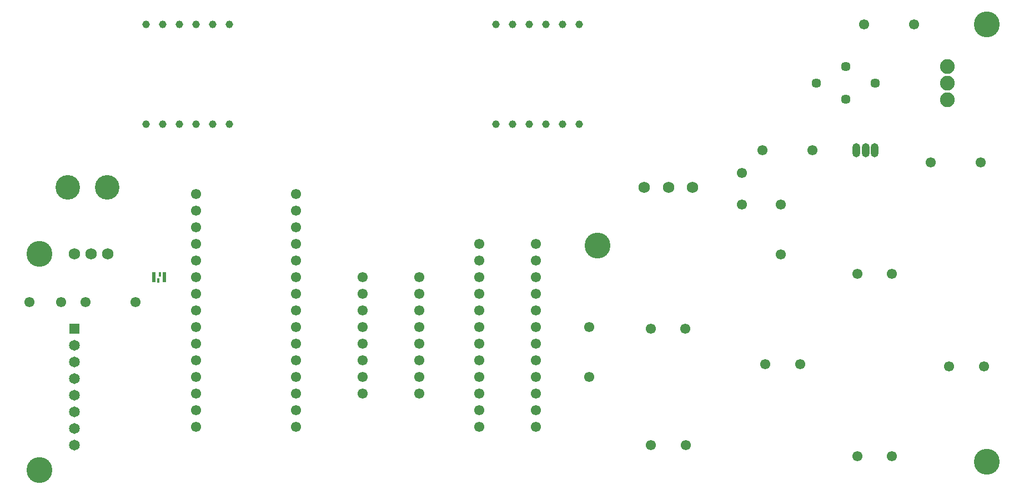
<source format=gts>
G04*
G04 #@! TF.GenerationSoftware,Altium Limited,Altium Designer,18.1.7 (191)*
G04*
G04 Layer_Color=8388736*
%FSLAX25Y25*%
%MOIN*%
G70*
G01*
G75*
%ADD19R,0.02165X0.06102*%
%ADD20R,0.01772X0.02559*%
%ADD21C,0.14764*%
%ADD22C,0.06496*%
%ADD23R,0.06496X0.06496*%
%ADD24C,0.06102*%
%ADD25C,0.04528*%
%ADD26C,0.06890*%
%ADD27C,0.08858*%
%ADD28C,0.05709*%
%ADD29O,0.04921X0.08465*%
%ADD30O,0.04921X0.08465*%
%ADD31C,0.15551*%
D19*
X84201Y131000D02*
D03*
X90500D02*
D03*
D20*
X86957Y129228D02*
D03*
X87744Y132772D02*
D03*
D21*
X32500Y185000D02*
D03*
X56122D02*
D03*
D22*
X36500Y60000D02*
D03*
Y50000D02*
D03*
Y40000D02*
D03*
Y30000D02*
D03*
Y90000D02*
D03*
Y80000D02*
D03*
Y70000D02*
D03*
D23*
Y100000D02*
D03*
D24*
X345500Y71000D02*
D03*
Y101000D02*
D03*
X243516Y61000D02*
D03*
Y71000D02*
D03*
Y81000D02*
D03*
Y91000D02*
D03*
Y101000D02*
D03*
Y111000D02*
D03*
Y121000D02*
D03*
Y131000D02*
D03*
X209500Y61000D02*
D03*
Y71000D02*
D03*
Y81000D02*
D03*
Y91000D02*
D03*
Y101000D02*
D03*
Y111000D02*
D03*
Y121000D02*
D03*
Y131000D02*
D03*
X313516Y41000D02*
D03*
Y51000D02*
D03*
Y61000D02*
D03*
Y71000D02*
D03*
Y81000D02*
D03*
Y91000D02*
D03*
Y101000D02*
D03*
Y111000D02*
D03*
Y121000D02*
D03*
Y131000D02*
D03*
Y141000D02*
D03*
Y151000D02*
D03*
X279500Y41000D02*
D03*
Y51000D02*
D03*
Y61000D02*
D03*
Y71000D02*
D03*
Y81000D02*
D03*
Y91000D02*
D03*
Y101000D02*
D03*
Y111000D02*
D03*
Y121000D02*
D03*
Y131000D02*
D03*
Y141000D02*
D03*
Y151000D02*
D03*
X169500Y181000D02*
D03*
Y171000D02*
D03*
Y161000D02*
D03*
Y41000D02*
D03*
Y51000D02*
D03*
Y61000D02*
D03*
Y71000D02*
D03*
Y81000D02*
D03*
Y91000D02*
D03*
Y101000D02*
D03*
Y111000D02*
D03*
Y121000D02*
D03*
Y131000D02*
D03*
Y141000D02*
D03*
Y151000D02*
D03*
X109500D02*
D03*
Y141000D02*
D03*
Y131000D02*
D03*
Y121000D02*
D03*
Y111000D02*
D03*
Y101000D02*
D03*
Y91000D02*
D03*
Y81000D02*
D03*
Y71000D02*
D03*
Y61000D02*
D03*
Y51000D02*
D03*
Y41000D02*
D03*
Y161000D02*
D03*
Y171000D02*
D03*
Y181000D02*
D03*
X9500Y116000D02*
D03*
X28493Y116001D02*
D03*
X73201Y116000D02*
D03*
X43201D02*
D03*
X561524Y77500D02*
D03*
X582390D02*
D03*
X506405Y23622D02*
D03*
X527272D02*
D03*
X540500Y283000D02*
D03*
X510500D02*
D03*
X506405Y133000D02*
D03*
X527272D02*
D03*
X451287Y78740D02*
D03*
X472154D02*
D03*
X382634Y30000D02*
D03*
X403500D02*
D03*
X382384Y100250D02*
D03*
X403250D02*
D03*
X460500Y174806D02*
D03*
Y144807D02*
D03*
X580500Y200000D02*
D03*
X550500D02*
D03*
X479501Y207500D02*
D03*
X449501D02*
D03*
X437209Y174806D02*
D03*
X437208Y193800D02*
D03*
D25*
X339500Y223000D02*
D03*
X329500D02*
D03*
X319500D02*
D03*
X289500D02*
D03*
X299500D02*
D03*
X309500D02*
D03*
X319500Y283000D02*
D03*
X329500D02*
D03*
X339500D02*
D03*
X309500D02*
D03*
X299500D02*
D03*
X289500D02*
D03*
X79500D02*
D03*
X89500D02*
D03*
X99500D02*
D03*
X129500D02*
D03*
X119500D02*
D03*
X109500D02*
D03*
X99500Y223000D02*
D03*
X89500D02*
D03*
X79500D02*
D03*
X109500D02*
D03*
X119500D02*
D03*
X129500D02*
D03*
D26*
X407567Y185000D02*
D03*
X393000D02*
D03*
X378433D02*
D03*
X56500Y145000D02*
D03*
X46500D02*
D03*
X36500D02*
D03*
D27*
X560500Y257685D02*
D03*
Y247685D02*
D03*
Y237685D02*
D03*
D28*
X481783Y247843D02*
D03*
X517216D02*
D03*
X499500Y238000D02*
D03*
Y257685D02*
D03*
D29*
X505905Y207500D02*
D03*
X516905D02*
D03*
D30*
X511406D02*
D03*
D31*
X584284Y20000D02*
D03*
Y283000D02*
D03*
X15500Y145000D02*
D03*
Y15000D02*
D03*
X350500Y150000D02*
D03*
M02*

</source>
